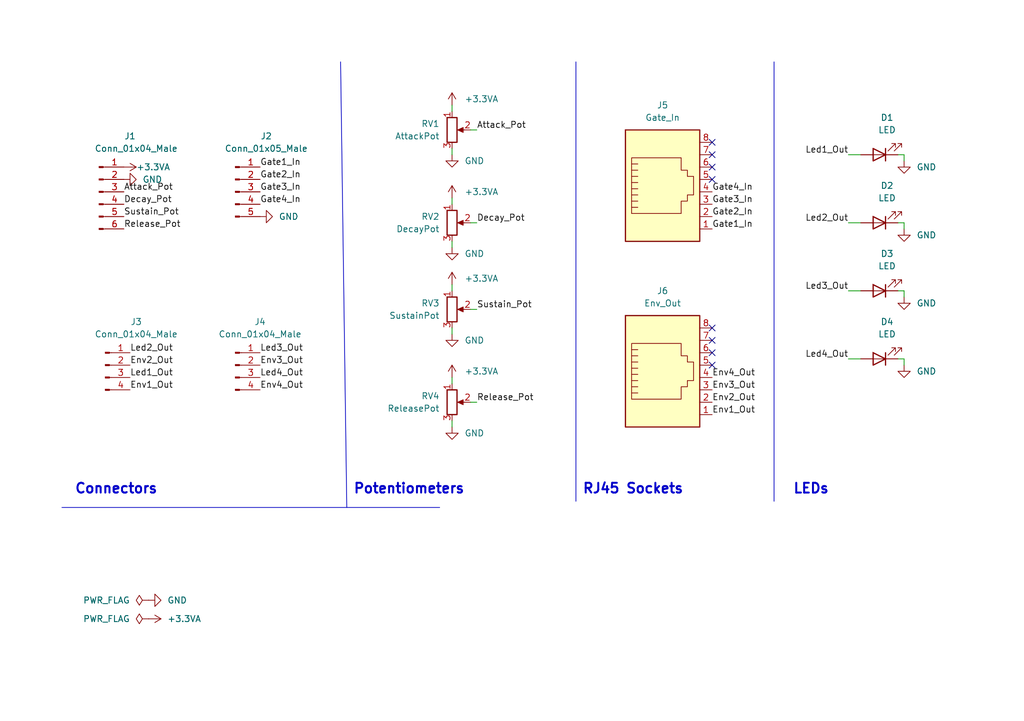
<source format=kicad_sch>
(kicad_sch (version 20230121) (generator eeschema)
  (paper "A5")
  (title_block (title "QuadEnv Controls") (date "2023-03-10") (rev "1.0") (company "Mountjoy Modular"))
  (lib_symbols
    (symbol "Connector:Conn_01x04_Male" (pin_names (offset 1.016) hide)
      (property "Reference" "J" (at 0 5.08 0))
      (property "Value" "Conn_01x04_Male" (at 0 -7.62 0))
      (symbol "Conn_01x04_Male_1_1"
        (polyline (pts (xy 1.27 -5.08) (xy 0.8636 -5.08)) (stroke (width 0.1524)))
        (polyline (pts (xy 1.27 -2.54) (xy 0.8636 -2.54)) (stroke (width 0.1524)))
        (polyline (pts (xy 1.27 0) (xy 0.8636 0)) (stroke (width 0.1524)))
        (polyline (pts (xy 1.27 2.54) (xy 0.8636 2.54)) (stroke (width 0.1524)))
        (rectangle (start 0.8636 -4.953) (end 0 -5.207) (stroke (width 0.1524)) (fill (type outline)))
        (rectangle (start 0.8636 -2.413) (end 0 -2.667) (stroke (width 0.1524)) (fill (type outline)))
        (rectangle (start 0.8636 0.127) (end 0 -0.127) (stroke (width 0.1524)) (fill (type outline)))
        (rectangle (start 0.8636 2.667) (end 0 2.413) (stroke (width 0.1524)) (fill (type outline)))
        (pin passive line (at 5.08 2.54 180) (length 3.81) (name "Pin_1") (number "1"))
        (pin passive line (at 5.08 0 180) (length 3.81) (name "Pin_2") (number "2"))
        (pin passive line (at 5.08 -2.54 180) (length 3.81) (name "Pin_3") (number "3"))
        (pin passive line (at 5.08 -5.08 180) (length 3.81) (name "Pin_4") (number "4"))
      )
    )
    (symbol "Connector:Conn_01x05_Male" (pin_names (offset 1.016) hide)
      (property "Reference" "J" (at 0 7.62 0))
      (property "Value" "Conn_01x05_Male" (at 0 -7.62 0))
      (symbol "Conn_01x05_Male_1_1"
        (polyline (pts (xy 1.27 -5.08) (xy 0.8636 -5.08)) (stroke (width 0.1524)))
        (polyline (pts (xy 1.27 -2.54) (xy 0.8636 -2.54)) (stroke (width 0.1524)))
        (polyline (pts (xy 1.27 0) (xy 0.8636 0)) (stroke (width 0.1524)))
        (polyline (pts (xy 1.27 2.54) (xy 0.8636 2.54)) (stroke (width 0.1524)))
        (polyline (pts (xy 1.27 5.08) (xy 0.8636 5.08)) (stroke (width 0.1524)))
        (rectangle (start 0.8636 -4.953) (end 0 -5.207) (stroke (width 0.1524)) (fill (type outline)))
        (rectangle (start 0.8636 -2.413) (end 0 -2.667) (stroke (width 0.1524)) (fill (type outline)))
        (rectangle (start 0.8636 0.127) (end 0 -0.127) (stroke (width 0.1524)) (fill (type outline)))
        (rectangle (start 0.8636 2.667) (end 0 2.413) (stroke (width 0.1524)) (fill (type outline)))
        (rectangle (start 0.8636 5.207) (end 0 4.953) (stroke (width 0.1524)) (fill (type outline)))
        (pin passive line (at 5.08 5.08 180) (length 3.81) (name "Pin_1") (number "1"))
        (pin passive line (at 5.08 2.54 180) (length 3.81) (name "Pin_2") (number "2"))
        (pin passive line (at 5.08 0 180) (length 3.81) (name "Pin_3") (number "3"))
        (pin passive line (at 5.08 -2.54 180) (length 3.81) (name "Pin_4") (number "4"))
        (pin passive line (at 5.08 -5.08 180) (length 3.81) (name "Pin_5") (number "5"))
      )
    )
    (symbol "Connector:Conn_01x06_Male" (pin_names (offset 1.016) hide)
      (property "Reference" "J" (at 0 7.62 0))
      (property "Value" "Conn_01x06_Male" (at 0 -10.16 0))
      (symbol "Conn_01x06_Male_1_1"
        (polyline (pts (xy 1.27 -7.62) (xy 0.8636 -7.62)) (stroke (width 0.1524)))
        (polyline (pts (xy 1.27 -5.08) (xy 0.8636 -5.08)) (stroke (width 0.1524)))
        (polyline (pts (xy 1.27 -2.54) (xy 0.8636 -2.54)) (stroke (width 0.1524)))
        (polyline (pts (xy 1.27 0) (xy 0.8636 0)) (stroke (width 0.1524)))
        (polyline (pts (xy 1.27 2.54) (xy 0.8636 2.54)) (stroke (width 0.1524)))
        (polyline (pts (xy 1.27 5.08) (xy 0.8636 5.08)) (stroke (width 0.1524)))
        (rectangle (start 0.8636 -7.493) (end 0 -7.747) (stroke (width 0.1524)) (fill (type outline)))
        (rectangle (start 0.8636 -4.953) (end 0 -5.207) (stroke (width 0.1524)) (fill (type outline)))
        (rectangle (start 0.8636 -2.413) (end 0 -2.667) (stroke (width 0.1524)) (fill (type outline)))
        (rectangle (start 0.8636 0.127) (end 0 -0.127) (stroke (width 0.1524)) (fill (type outline)))
        (rectangle (start 0.8636 2.667) (end 0 2.413) (stroke (width 0.1524)) (fill (type outline)))
        (rectangle (start 0.8636 5.207) (end 0 4.953) (stroke (width 0.1524)) (fill (type outline)))
        (pin passive line (at 5.08 5.08 180) (length 3.81) (name "Pin_1") (number "1"))
        (pin passive line (at 5.08 2.54 180) (length 3.81) (name "Pin_2") (number "2"))
        (pin passive line (at 5.08 0 180) (length 3.81) (name "Pin_3") (number "3"))
        (pin passive line (at 5.08 -2.54 180) (length 3.81) (name "Pin_4") (number "4"))
        (pin passive line (at 5.08 -5.08 180) (length 3.81) (name "Pin_5") (number "5"))
        (pin passive line (at 5.08 -7.62 180) (length 3.81) (name "Pin_6") (number "6"))
      )
    )
    (symbol "Connector:RJ45" (pin_names (offset 1.016))
      (property "Reference" "J" (at -5.08 13.97 0))
      (property "Value" "RJ45" (at 2.54 13.97 0))
      (symbol "RJ45_0_1"
        (polyline (pts (xy -5.08 4.445) (xy -6.35 4.445)))
        (polyline (pts (xy -5.08 5.715) (xy -6.35 5.715)))
        (polyline (pts (xy -6.35 -3.175) (xy -5.08 -3.175) (xy -5.08 -3.175)))
        (polyline (pts (xy -6.35 -1.905) (xy -5.08 -1.905) (xy -5.08 -1.905)))
        (polyline (pts (xy -6.35 -0.635) (xy -5.08 -0.635) (xy -5.08 -0.635)))
        (polyline (pts (xy -6.35 0.635) (xy -5.08 0.635) (xy -5.08 0.635)))
        (polyline (pts (xy -6.35 1.905) (xy -5.08 1.905) (xy -5.08 1.905)))
        (polyline (pts (xy -5.08 3.175) (xy -6.35 3.175) (xy -6.35 3.175)))
        (polyline (pts (xy -6.35 -4.445) (xy -6.35 6.985) (xy 3.81 6.985) (xy 3.81 4.445) (xy 5.08 4.445) (xy 5.08 3.175) (xy 6.35 3.175) (xy 6.35 -0.635) (xy 5.08 -0.635) (xy 5.08 -1.905) (xy 3.81 -1.905) (xy 3.81 -4.445) (xy -6.35 -4.445) (xy -6.35 -4.445)))
        (rectangle (start 7.62 12.7) (end -7.62 -10.16) (stroke (width 0.254)) (fill (type background)))
      )
      (symbol "RJ45_1_1"
        (pin passive line (at 10.16 -7.62 180) (length 2.54) (name "~") (number "1"))
        (pin passive line (at 10.16 -5.08 180) (length 2.54) (name "~") (number "2"))
        (pin passive line (at 10.16 -2.54 180) (length 2.54) (name "~") (number "3"))
        (pin passive line (at 10.16 0 180) (length 2.54) (name "~") (number "4"))
        (pin passive line (at 10.16 2.54 180) (length 2.54) (name "~") (number "5"))
        (pin passive line (at 10.16 5.08 180) (length 2.54) (name "~") (number "6"))
        (pin passive line (at 10.16 7.62 180) (length 2.54) (name "~") (number "7"))
        (pin passive line (at 10.16 10.16 180) (length 2.54) (name "~") (number "8"))
      )
    )
    (symbol "Device:LED" (pin_numbers hide) (pin_names (offset 1.016) hide)
      (property "Reference" "D" (at 0 2.54 0))
      (property "Value" "LED" (at 0 -2.54 0))
      (symbol "LED_0_1"
        (polyline (pts (xy -1.27 -1.27) (xy -1.27 1.27)) (stroke (width 0.254)))
        (polyline (pts (xy -1.27 0) (xy 1.27 0)))
        (polyline (pts (xy 1.27 -1.27) (xy 1.27 1.27) (xy -1.27 0) (xy 1.27 -1.27)) (stroke (width 0.254)))
        (polyline (pts (xy -3.048 -0.762) (xy -4.572 -2.286) (xy -3.81 -2.286) (xy -4.572 -2.286) (xy -4.572 -1.524)))
        (polyline (pts (xy -1.778 -0.762) (xy -3.302 -2.286) (xy -2.54 -2.286) (xy -3.302 -2.286) (xy -3.302 -1.524)))
      )
      (symbol "LED_1_1"
        (pin passive line (at -3.81 0 0) (length 2.54) (name "K") (number "1"))
        (pin passive line (at 3.81 0 180) (length 2.54) (name "A") (number "2"))
      )
    )
    (symbol "Device:R_Potentiometer" (pin_names (offset 1.016) hide)
      (property "Reference" "RV" (at -4.445 0 90))
      (property "Value" "R_Potentiometer" (at -2.54 0 90))
      (symbol "R_Potentiometer_0_1"
        (polyline (pts (xy 2.54 0) (xy 1.524 0)))
        (polyline (pts (xy 1.143 0) (xy 2.286 0.508) (xy 2.286 -0.508) (xy 1.143 0)) (fill (type outline)))
        (rectangle (start 1.016 2.54) (end -1.016 -2.54) (stroke (width 0.254)))
      )
      (symbol "R_Potentiometer_1_1"
        (pin passive line (at 0 3.81 270) (length 1.27) (name "1") (number "1"))
        (pin passive line (at 3.81 0 180) (length 1.27) (name "2") (number "2"))
        (pin passive line (at 0 -3.81 90) (length 1.27) (name "3") (number "3"))
      )
    )
    (symbol "power:+3.3VA" (power) (pin_names (offset 0))
      (property "Value" "+3.3VA" (at 0 3.556 0))
      (symbol "+3.3VA_0_1"
        (polyline (pts (xy -0.762 1.27) (xy 0 2.54)))
        (polyline (pts (xy 0 0) (xy 0 2.54)))
        (polyline (pts (xy 0 2.54) (xy 0.762 1.27)))
      )
      (symbol "+3.3VA_1_1"
        (pin power_in line (at 0 0 90) (length 0) hide (name "+3.3VA") (number "1"))
      )
    )
    (symbol "power:GND" (power) (pin_names (offset 0))
      (property "Value" "GND" (at 0 -3.81 0))
      (symbol "GND_0_1"
        (polyline (pts (xy 0 0) (xy 0 -1.27) (xy 1.27 -1.27) (xy 0 -2.54) (xy -1.27 -1.27) (xy 0 -1.27)))
      )
      (symbol "GND_1_1"
        (pin power_in line (at 0 0 270) (length 0) hide (name "GND") (number "1"))
      )
    )
    (symbol "power:PWR_FLAG" (power) (pin_numbers hide) (pin_names (offset 0) hide)
      (property "Value" "PWR_FLAG" (at 0 3.81 0))
      (symbol "PWR_FLAG_0_0"
        (pin power_out line (at 0 0 90) (length 0) (name "pwr") (number "1"))
      )
      (symbol "PWR_FLAG_0_1"
        (polyline (pts (xy 0 0) (xy 0 1.27) (xy -1.016 1.905) (xy 0 2.54) (xy 1.016 1.905) (xy 0 1.27)))
      )
    )
  )
  (no_connect (at 146.05 34.29))
  (no_connect (at 146.05 72.39))
  (no_connect (at 146.05 69.85))
  (no_connect (at 146.05 67.31))
  (no_connect (at 146.05 31.75))
  (no_connect (at 146.05 29.21))
  (no_connect (at 146.05 36.83))
  (no_connect (at 146.05 74.93))
  (polyline (pts (xy 158.75 12.7) (xy 158.75 102.87)))
  (wire (pts (xy 97.79 26.67) (xy 96.52 26.67)))
  (wire (pts (xy 185.42 73.66) (xy 185.42 74.93)))
  (wire (pts (xy 173.99 31.75) (xy 176.53 31.75)))
  (wire (pts (xy 92.71 87.63) (xy 92.71 86.36)))
  (wire (pts (xy 92.71 50.8) (xy 92.71 49.53)))
  (wire (pts (xy 184.15 73.66) (xy 185.42 73.66)))
  (wire (pts (xy 92.71 68.58) (xy 92.71 67.31)))
  (polyline (pts (xy 69.85 12.7) (xy 71.12 104.14)))
  (wire (pts (xy 173.99 59.69) (xy 176.53 59.69)))
  (wire (pts (xy 97.79 45.72) (xy 96.52 45.72)))
  (wire (pts (xy 173.99 45.72) (xy 176.53 45.72)))
  (wire (pts (xy 173.99 73.66) (xy 176.53 73.66)))
  (wire (pts (xy 184.15 59.69) (xy 185.42 59.69)))
  (wire (pts (xy 92.71 31.75) (xy 92.71 30.48)))
  (wire (pts (xy 97.79 63.5) (xy 96.52 63.5)))
  (wire (pts (xy 92.71 58.42) (xy 92.71 59.69)))
  (wire (pts (xy 185.42 31.75) (xy 185.42 33.02)))
  (wire (pts (xy 185.42 59.69) (xy 185.42 60.96)))
  (wire (pts (xy 185.42 45.72) (xy 185.42 46.99)))
  (wire (pts (xy 92.71 21.59) (xy 92.71 22.86)))
  (wire (pts (xy 92.71 40.64) (xy 92.71 41.91)))
  (polyline (pts (xy 12.7 104.14) (xy 90.17 104.14)))
  (wire (pts (xy 184.15 31.75) (xy 185.42 31.75)))
  (polyline (pts (xy 118.11 12.7) (xy 118.11 102.87)))
  (wire (pts (xy 97.79 82.55) (xy 96.52 82.55)))
  (wire (pts (xy 92.71 77.47) (xy 92.71 78.74)))
  (wire (pts (xy 184.15 45.72) (xy 185.42 45.72)))
  (text "Potentiometers" (at 72.39 101.6 0) (effects (font (size 2 2) (thickness 0.4) bold) (justify left bottom)))
  (text "Connectors" (at 15.24 101.6 0) (effects (font (size 2 2) (thickness 0.4) bold) (justify left bottom)))
  (text "LEDs" (at 162.56 101.6 0) (effects (font (size 2 2) (thickness 0.4) bold) (justify left bottom)))
  (text "RJ45 Sockets" (at 119.38 101.6 0) (effects (font (size 2 2) (thickness 0.4) bold) (justify left bottom)))
  (label "Env1_Out" (at 26.67 80.01 0))
  (label "Gate1_In" (at 53.34 34.29 0))
  (label "Led4_Out" (at 53.34 77.47 0))
  (label "Led1_Out" (at 26.67 77.47 0))
  (label "Led3_Out" (at 173.99 59.69 180))
  (label "Sustain_Pot" (at 25.4 44.45 0))
  (label "Led2_Out" (at 26.67 72.39 0))
  (label "Gate2_In" (at 53.34 36.83 0))
  (label "Env4_Out" (at 53.34 80.01 0))
  (label "Release_Pot" (at 97.79 82.55 0))
  (label "Attack_Pot" (at 25.4 39.37 0))
  (label "Led2_Out" (at 173.99 45.72 180))
  (label "Led4_Out" (at 173.99 73.66 180))
  (label "Env1_Out" (at 146.05 85.09 0))
  (label "Attack_Pot" (at 97.79 26.67 0))
  (label "Gate1_In" (at 146.05 46.99 0))
  (label "Env2_Out" (at 146.05 82.55 0))
  (label "Led1_Out" (at 173.99 31.75 180))
  (label "Decay_Pot" (at 97.79 45.72 0))
  (label "Decay_Pot" (at 25.4 41.91 0))
  (label "Release_Pot" (at 25.4 46.99 0))
  (label "Gate3_In" (at 53.34 39.37 0))
  (label "Gate4_In" (at 146.05 39.37 0))
  (label "Sustain_Pot" (at 97.79 63.5 0))
  (label "Led3_Out" (at 53.34 72.39 0))
  (label "Env3_Out" (at 146.05 80.01 0))
  (label "Gate2_In" (at 146.05 44.45 0))
  (label "Gate3_In" (at 146.05 41.91 0))
  (label "Env4_Out" (at 146.05 77.47 0))
  (label "Env2_Out" (at 26.67 74.93 0))
  (label "Env3_Out" (at 53.34 74.93 0))
  (label "Gate4_In" (at 53.34 41.91 0))
  (symbol (lib_id "Connector:Conn_01x04_Male") (at 48.26 74.93 0) (unit 1)
    (property "Reference" "J4" (at 53.34 66.04 0))
    (property "Value" "Conn_01x04_Male" (at 53.34 68.58 0))
    (property "Footprint" "Connector_PinHeader_2.54mm:PinHeader_1x04_P2.54mm_Vertical" (effects hide))
  )
  (symbol (lib_id "power:PWR_FLAG") (at 30.48 127 90) (unit 1)
    (property "Reference" "#FLG02" (effects hide))
    (property "Value" "PWR_FLAG" (at 26.67 126.9999 90) (effects (justify left)))
  )
  (symbol (lib_id "Device:LED") (at 180.34 31.75 180) (unit 1)
    (property "Reference" "D1" (at 181.9275 24.13 0))
    (property "Value" "LED" (at 181.9275 26.67 0))
    (property "Footprint" "Custom_Footprints:LED_D3.0mm" (effects hide))
  )
  (symbol (lib_id "Device:R_Potentiometer") (at 92.71 82.55 0) (unit 1)
    (property "Reference" "RV4" (at 90.17 81.2799 0) (effects (justify right)))
    (property "Value" "ReleasePot" (at 90.17 83.8199 0) (effects (justify right)))
    (property "Footprint" "Custom_Footprints:Alpha_9mm_Potentiometer_Aligned" (effects hide))
  )
  (symbol (lib_id "power:GND") (at 185.42 46.99 0) (mirror y) (unit 1)
    (property "Reference" "#PWR014" (effects hide))
    (property "Value" "GND" (at 187.96 48.2599 0) (effects (justify right)))
  )
  (symbol (lib_id "power:+3.3VA") (at 92.71 77.47 0) (unit 1)
    (property "Reference" "#PWR011" (effects hide))
    (property "Value" "+3.3VA" (at 95.25 76.1999 0) (effects (justify left)))
  )
  (symbol (lib_id "Connector:RJ45") (at 135.89 39.37 0) (unit 1)
    (property "Reference" "J5" (at 135.89 21.59 0))
    (property "Value" "Gate_In" (at 135.89 24.13 0))
    (property "Footprint" "Custom_Footprints:RJ45_Amphenol_RJHSE-3080" (effects hide))
  )
  (symbol (lib_id "power:GND") (at 185.42 60.96 0) (mirror y) (unit 1)
    (property "Reference" "#PWR015" (effects hide))
    (property "Value" "GND" (at 187.96 62.2299 0) (effects (justify right)))
  )
  (symbol (lib_id "Connector:RJ45") (at 135.89 77.47 0) (unit 1)
    (property "Reference" "J6" (at 135.89 59.69 0))
    (property "Value" "Env_Out" (at 135.89 62.23 0))
    (property "Footprint" "Custom_Footprints:RJ45_Amphenol_RJHSE-3080" (effects hide))
  )
  (symbol (lib_id "power:GND") (at 25.4 36.83 90) (mirror x) (unit 1)
    (property "Reference" "#PWR0101" (effects hide))
    (property "Value" "GND" (at 29.21 36.83 90) (effects (justify right)))
  )
  (symbol (lib_id "power:GND") (at 92.71 50.8 0) (mirror y) (unit 1)
    (property "Reference" "#PWR08" (effects hide))
    (property "Value" "GND" (at 95.25 52.0699 0) (effects (justify right)))
  )
  (symbol (lib_id "Device:R_Potentiometer") (at 92.71 63.5 0) (unit 1)
    (property "Reference" "RV3" (at 90.17 62.2299 0) (effects (justify right)))
    (property "Value" "SustainPot" (at 90.17 64.7699 0) (effects (justify right)))
    (property "Footprint" "Custom_Footprints:Alpha_9mm_Potentiometer_Aligned" (effects hide))
  )
  (symbol (lib_id "Device:LED") (at 180.34 45.72 180) (unit 1)
    (property "Reference" "D2" (at 181.9275 38.1 0))
    (property "Value" "LED" (at 181.9275 40.64 0))
    (property "Footprint" "Custom_Footprints:LED_D3.0mm" (effects hide))
  )
  (symbol (lib_id "power:GND") (at 92.71 31.75 0) (mirror y) (unit 1)
    (property "Reference" "#PWR06" (effects hide))
    (property "Value" "GND" (at 95.25 33.0199 0) (effects (justify right)))
  )
  (symbol (lib_id "power:+3.3VA") (at 92.71 58.42 0) (unit 1)
    (property "Reference" "#PWR09" (effects hide))
    (property "Value" "+3.3VA" (at 95.25 57.1499 0) (effects (justify left)))
  )
  (symbol (lib_id "Device:R_Potentiometer") (at 92.71 26.67 0) (unit 1)
    (property "Reference" "RV1" (at 90.17 25.3999 0) (effects (justify right)))
    (property "Value" "AttackPot" (at 90.17 27.9399 0) (effects (justify right)))
    (property "Footprint" "Custom_Footprints:Alpha_9mm_Potentiometer_Aligned" (effects hide))
  )
  (symbol (lib_id "power:GND") (at 92.71 87.63 0) (mirror y) (unit 1)
    (property "Reference" "#PWR012" (effects hide))
    (property "Value" "GND" (at 95.25 88.8999 0) (effects (justify right)))
  )
  (symbol (lib_id "Device:LED") (at 180.34 73.66 180) (unit 1)
    (property "Reference" "D4" (at 181.9275 66.04 0))
    (property "Value" "LED" (at 181.9275 68.58 0))
    (property "Footprint" "Custom_Footprints:LED_D3.0mm" (effects hide))
  )
  (symbol (lib_id "power:PWR_FLAG") (at 30.48 123.19 90) (unit 1)
    (property "Reference" "#FLG01" (effects hide))
    (property "Value" "PWR_FLAG" (at 26.67 123.1899 90) (effects (justify left)))
  )
  (symbol (lib_id "Connector:Conn_01x05_Male") (at 48.26 39.37 0) (unit 1)
    (property "Reference" "J2" (at 54.61 27.94 0))
    (property "Value" "Conn_01x05_Male" (at 54.61 30.48 0))
    (property "Footprint" "Connector_PinHeader_2.54mm:PinHeader_1x05_P2.54mm_Vertical" (effects hide))
  )
  (symbol (lib_id "Connector:Conn_01x04_Male") (at 21.59 74.93 0) (unit 1)
    (property "Reference" "J3" (at 27.94 66.04 0))
    (property "Value" "Conn_01x04_Male" (at 27.94 68.58 0))
    (property "Footprint" "Connector_PinHeader_2.54mm:PinHeader_1x04_P2.54mm_Vertical" (effects hide))
  )
  (symbol (lib_id "power:GND") (at 30.48 123.19 90) (mirror x) (unit 1)
    (property "Reference" "#PWR01" (effects hide))
    (property "Value" "GND" (at 34.29 123.1899 90) (effects (justify right)))
  )
  (symbol (lib_id "Device:R_Potentiometer") (at 92.71 45.72 0) (unit 1)
    (property "Reference" "RV2" (at 90.17 44.4499 0) (effects (justify right)))
    (property "Value" "DecayPot" (at 90.17 46.9899 0) (effects (justify right)))
    (property "Footprint" "Custom_Footprints:Alpha_9mm_Potentiometer_Aligned" (effects hide))
  )
  (symbol (lib_id "power:+3.3VA") (at 30.48 127 270) (unit 1)
    (property "Reference" "#PWR02" (effects hide))
    (property "Value" "+3.3VA" (at 34.29 126.9999 90) (effects (justify left)))
  )
  (symbol (lib_id "Device:LED") (at 180.34 59.69 180) (unit 1)
    (property "Reference" "D3" (at 181.9275 52.07 0))
    (property "Value" "LED" (at 181.9275 54.61 0))
    (property "Footprint" "Custom_Footprints:LED_D3.0mm" (effects hide))
  )
  (symbol (lib_id "power:+3.3VA") (at 92.71 21.59 0) (unit 1)
    (property "Reference" "#PWR05" (effects hide))
    (property "Value" "+3.3VA" (at 95.25 20.3199 0) (effects (justify left)))
  )
  (symbol (lib_id "power:GND") (at 185.42 33.02 0) (mirror y) (unit 1)
    (property "Reference" "#PWR013" (effects hide))
    (property "Value" "GND" (at 187.96 34.2899 0) (effects (justify right)))
  )
  (symbol (lib_id "power:+3.3VA") (at 25.4 34.29 270) (unit 1)
    (property "Reference" "#PWR0102" (effects hide))
    (property "Value" "+3.3VA" (at 27.94 34.29 90) (effects (justify left)))
  )
  (symbol (lib_id "power:GND") (at 185.42 74.93 0) (mirror y) (unit 1)
    (property "Reference" "#PWR016" (effects hide))
    (property "Value" "GND" (at 187.96 76.1999 0) (effects (justify right)))
  )
  (symbol (lib_id "power:GND") (at 92.71 68.58 0) (mirror y) (unit 1)
    (property "Reference" "#PWR010" (effects hide))
    (property "Value" "GND" (at 95.25 69.8499 0) (effects (justify right)))
  )
  (symbol (lib_id "power:GND") (at 53.34 44.45 90) (mirror x) (unit 1)
    (property "Reference" "#PWR0103" (effects hide))
    (property "Value" "GND" (at 57.15 44.4499 90) (effects (justify right)))
  )
  (symbol (lib_id "Connector:Conn_01x06_Male") (at 20.32 39.37 0) (unit 1)
    (property "Reference" "J1" (at 26.67 27.94 0))
    (property "Value" "Conn_01x04_Male" (at 27.94 30.48 0))
    (property "Footprint" "Connector_PinHeader_2.54mm:PinHeader_1x06_P2.54mm_Vertical" (effects hide))
  )
  (symbol (lib_id "power:+3.3VA") (at 92.71 40.64 0) (unit 1)
    (property "Reference" "#PWR07" (effects hide))
    (property "Value" "+3.3VA" (at 95.25 39.3699 0) (effects (justify left)))
  )
)
</source>
